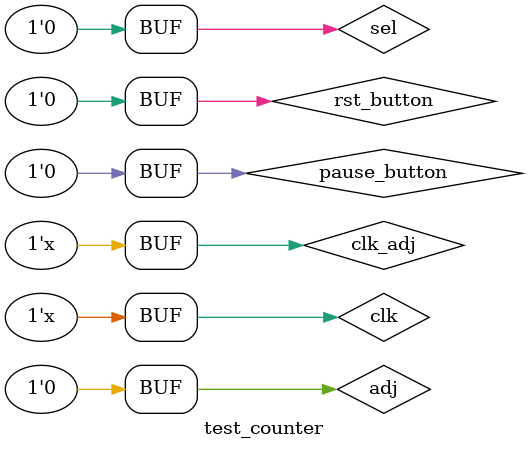
<source format=v>
`timescale 1ns / 1ps


module test_counter;

	// Inputs
	reg clk;
    reg clk_adj;
    reg adj;
    reg sel;
    reg rst_button;
    reg pause_button;

	// Outputs
	wire [5:0] minutes;
	wire [5:0] seconds;

	// Instantiate the Unit Under Test (UUT)
	counter uut (
		.clk(clk),
        .clk_adj(clk_adj),
        .adj(adj),
        .sel(sel),
        .rst_button(rst_button),
        .pause_button(pause_button),
		.minutes(minutes), 
		.seconds(seconds)
	);

	initial begin
		// Initialize Inputs
		clk = 0;
        clk_adj = 0;
        adj = 0;
        sel = 0;
        rst_button = 0;
        pause_button = 0;
        
        // after 4 seconds
        // adjust seconds
        /**
        #2000000000;
        adj = 1;
        sel = 1;
        
        // adjust minutes
        #2000000000;
        sel = 0;
        
        // finish adjust
        #2000000000;
        adj = 0;
        **/
        
        // pause
        #2000000000;
        pause_button = 1;
        #100
        pause_button = 0;
        
        // unpause
        #1999999900;
        pause_button = 1;
        #100
        pause_button = 0;
        
        // reset
        #1999999900;
        rst_button = 1;
        #100;
        rst_button = 0;
        
	end
    
    always #500000000 clk = ~clk;
    always #250000000 clk_adj = ~clk_adj;
      
endmodule


</source>
